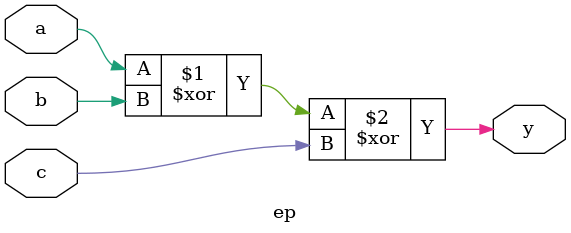
<source format=v>
module ep(input a,b,c,output y);
assign y= (a^b^c);
endmodule

</source>
